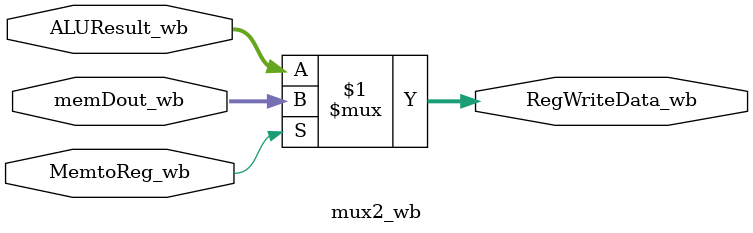
<source format=v>
`timescale 1ns / 1ps

module mux2_wb(
    input MemtoReg_wb,
    input [31:0] memDout_wb, ALUResult_wb,
    output [31:0] RegWriteData_wb
    );
    assign RegWriteData_wb = MemtoReg_wb?memDout_wb:ALUResult_wb;
endmodule

</source>
